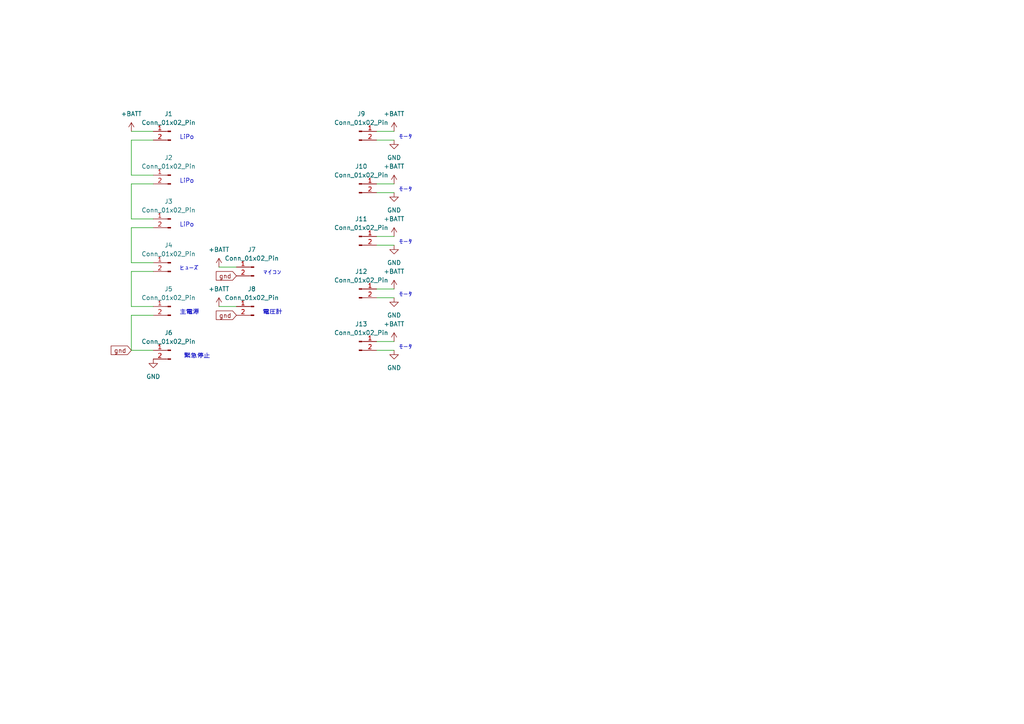
<source format=kicad_sch>
(kicad_sch (version 20230121) (generator eeschema)

  (uuid ff7c77a3-41cb-4d25-99d3-b7f796dc0003)

  (paper "A4")

  (lib_symbols
    (symbol "Connector:Conn_01x02_Pin" (pin_names (offset 1.016) hide) (in_bom yes) (on_board yes)
      (property "Reference" "J" (at 0 2.54 0)
        (effects (font (size 1.27 1.27)))
      )
      (property "Value" "Conn_01x02_Pin" (at 0 -5.08 0)
        (effects (font (size 1.27 1.27)))
      )
      (property "Footprint" "" (at 0 0 0)
        (effects (font (size 1.27 1.27)) hide)
      )
      (property "Datasheet" "~" (at 0 0 0)
        (effects (font (size 1.27 1.27)) hide)
      )
      (property "ki_locked" "" (at 0 0 0)
        (effects (font (size 1.27 1.27)))
      )
      (property "ki_keywords" "connector" (at 0 0 0)
        (effects (font (size 1.27 1.27)) hide)
      )
      (property "ki_description" "Generic connector, single row, 01x02, script generated" (at 0 0 0)
        (effects (font (size 1.27 1.27)) hide)
      )
      (property "ki_fp_filters" "Connector*:*_1x??_*" (at 0 0 0)
        (effects (font (size 1.27 1.27)) hide)
      )
      (symbol "Conn_01x02_Pin_1_1"
        (polyline
          (pts
            (xy 1.27 -2.54)
            (xy 0.8636 -2.54)
          )
          (stroke (width 0.1524) (type default))
          (fill (type none))
        )
        (polyline
          (pts
            (xy 1.27 0)
            (xy 0.8636 0)
          )
          (stroke (width 0.1524) (type default))
          (fill (type none))
        )
        (rectangle (start 0.8636 -2.413) (end 0 -2.667)
          (stroke (width 0.1524) (type default))
          (fill (type outline))
        )
        (rectangle (start 0.8636 0.127) (end 0 -0.127)
          (stroke (width 0.1524) (type default))
          (fill (type outline))
        )
        (pin passive line (at 5.08 0 180) (length 3.81)
          (name "Pin_1" (effects (font (size 1.27 1.27))))
          (number "1" (effects (font (size 1.27 1.27))))
        )
        (pin passive line (at 5.08 -2.54 180) (length 3.81)
          (name "Pin_2" (effects (font (size 1.27 1.27))))
          (number "2" (effects (font (size 1.27 1.27))))
        )
      )
    )
    (symbol "power:+BATT" (power) (pin_names (offset 0)) (in_bom yes) (on_board yes)
      (property "Reference" "#PWR" (at 0 -3.81 0)
        (effects (font (size 1.27 1.27)) hide)
      )
      (property "Value" "+BATT" (at 0 3.556 0)
        (effects (font (size 1.27 1.27)))
      )
      (property "Footprint" "" (at 0 0 0)
        (effects (font (size 1.27 1.27)) hide)
      )
      (property "Datasheet" "" (at 0 0 0)
        (effects (font (size 1.27 1.27)) hide)
      )
      (property "ki_keywords" "global power battery" (at 0 0 0)
        (effects (font (size 1.27 1.27)) hide)
      )
      (property "ki_description" "Power symbol creates a global label with name \"+BATT\"" (at 0 0 0)
        (effects (font (size 1.27 1.27)) hide)
      )
      (symbol "+BATT_0_1"
        (polyline
          (pts
            (xy -0.762 1.27)
            (xy 0 2.54)
          )
          (stroke (width 0) (type default))
          (fill (type none))
        )
        (polyline
          (pts
            (xy 0 0)
            (xy 0 2.54)
          )
          (stroke (width 0) (type default))
          (fill (type none))
        )
        (polyline
          (pts
            (xy 0 2.54)
            (xy 0.762 1.27)
          )
          (stroke (width 0) (type default))
          (fill (type none))
        )
      )
      (symbol "+BATT_1_1"
        (pin power_in line (at 0 0 90) (length 0) hide
          (name "+BATT" (effects (font (size 1.27 1.27))))
          (number "1" (effects (font (size 1.27 1.27))))
        )
      )
    )
    (symbol "power:GND" (power) (pin_names (offset 0)) (in_bom yes) (on_board yes)
      (property "Reference" "#PWR" (at 0 -6.35 0)
        (effects (font (size 1.27 1.27)) hide)
      )
      (property "Value" "GND" (at 0 -3.81 0)
        (effects (font (size 1.27 1.27)))
      )
      (property "Footprint" "" (at 0 0 0)
        (effects (font (size 1.27 1.27)) hide)
      )
      (property "Datasheet" "" (at 0 0 0)
        (effects (font (size 1.27 1.27)) hide)
      )
      (property "ki_keywords" "global power" (at 0 0 0)
        (effects (font (size 1.27 1.27)) hide)
      )
      (property "ki_description" "Power symbol creates a global label with name \"GND\" , ground" (at 0 0 0)
        (effects (font (size 1.27 1.27)) hide)
      )
      (symbol "GND_0_1"
        (polyline
          (pts
            (xy 0 0)
            (xy 0 -1.27)
            (xy 1.27 -1.27)
            (xy 0 -2.54)
            (xy -1.27 -1.27)
            (xy 0 -1.27)
          )
          (stroke (width 0) (type default))
          (fill (type none))
        )
      )
      (symbol "GND_1_1"
        (pin power_in line (at 0 0 270) (length 0) hide
          (name "GND" (effects (font (size 1.27 1.27))))
          (number "1" (effects (font (size 1.27 1.27))))
        )
      )
    )
  )


  (wire (pts (xy 38.1 76.2) (xy 38.1 66.04))
    (stroke (width 0) (type default))
    (uuid 0299a1a9-c040-4d73-be45-edb257d9959a)
  )
  (wire (pts (xy 38.1 38.1) (xy 44.45 38.1))
    (stroke (width 0) (type default))
    (uuid 0ab34e73-7973-4c48-ae26-cde599f69db8)
  )
  (wire (pts (xy 38.1 53.34) (xy 38.1 63.5))
    (stroke (width 0) (type default))
    (uuid 0be83840-6447-4e04-845c-f029dee676a8)
  )
  (wire (pts (xy 114.3 71.12) (xy 109.22 71.12))
    (stroke (width 0) (type default))
    (uuid 0e58d62c-0d31-4b54-beb8-92cd94b30d26)
  )
  (wire (pts (xy 114.3 40.64) (xy 109.22 40.64))
    (stroke (width 0) (type default))
    (uuid 1eb99ee4-daa2-4237-b516-432830a327b6)
  )
  (wire (pts (xy 38.1 40.64) (xy 38.1 50.8))
    (stroke (width 0) (type default))
    (uuid 21da711d-8544-4ffa-baec-8c8b7a2863e7)
  )
  (wire (pts (xy 38.1 91.44) (xy 44.45 91.44))
    (stroke (width 0) (type default))
    (uuid 239ff6a6-ee0c-46d3-98af-2ff622dec31b)
  )
  (wire (pts (xy 114.3 101.6) (xy 109.22 101.6))
    (stroke (width 0) (type default))
    (uuid 458a99b7-1837-4887-ade0-0e2ca2c3599f)
  )
  (wire (pts (xy 109.22 38.1) (xy 114.3 38.1))
    (stroke (width 0) (type default))
    (uuid 4f0e5680-0b5d-4c3e-b46a-bc003ab73681)
  )
  (wire (pts (xy 44.45 40.64) (xy 38.1 40.64))
    (stroke (width 0) (type default))
    (uuid 5bb6969b-7a89-41ea-b621-80f589f34f40)
  )
  (wire (pts (xy 38.1 88.9) (xy 44.45 88.9))
    (stroke (width 0) (type default))
    (uuid 5f5af33b-738e-4f85-bbcf-d4f7a8ae2d69)
  )
  (wire (pts (xy 109.22 53.34) (xy 114.3 53.34))
    (stroke (width 0) (type default))
    (uuid 669cd155-1d7d-418a-b987-a64fd5e286b7)
  )
  (wire (pts (xy 114.3 55.88) (xy 109.22 55.88))
    (stroke (width 0) (type default))
    (uuid 707ad298-659d-405d-bbfe-9b4e0eb4c1dd)
  )
  (wire (pts (xy 38.1 50.8) (xy 44.45 50.8))
    (stroke (width 0) (type default))
    (uuid 71d1f14b-2ee5-4cd3-8ae1-e0cd8dc1d81b)
  )
  (wire (pts (xy 114.3 86.36) (xy 109.22 86.36))
    (stroke (width 0) (type default))
    (uuid 80244057-6bef-4f1a-bbd8-520f19e81796)
  )
  (wire (pts (xy 38.1 78.74) (xy 38.1 88.9))
    (stroke (width 0) (type default))
    (uuid 9a130629-4033-48eb-b651-f5a90f81dd93)
  )
  (wire (pts (xy 38.1 101.6) (xy 44.45 101.6))
    (stroke (width 0) (type default))
    (uuid 9d6a5de4-7b5a-4c72-a463-dde2525d15ce)
  )
  (wire (pts (xy 44.45 78.74) (xy 38.1 78.74))
    (stroke (width 0) (type default))
    (uuid a1e05b00-69b3-4d99-aa92-b17a7205fdae)
  )
  (wire (pts (xy 38.1 66.04) (xy 44.45 66.04))
    (stroke (width 0) (type default))
    (uuid b752a8b1-2c90-4040-93fb-3370e43d9ccb)
  )
  (wire (pts (xy 44.45 53.34) (xy 38.1 53.34))
    (stroke (width 0) (type default))
    (uuid b89b8af0-3a8d-491a-9051-4eb45d38e523)
  )
  (wire (pts (xy 68.58 77.47) (xy 63.5 77.47))
    (stroke (width 0) (type default))
    (uuid c4364e35-a1fe-4ea1-9b1e-969da3d3eaf2)
  )
  (wire (pts (xy 38.1 63.5) (xy 44.45 63.5))
    (stroke (width 0) (type default))
    (uuid c551560f-b38d-446e-b933-d0a6e9b1c028)
  )
  (wire (pts (xy 63.5 88.9) (xy 68.58 88.9))
    (stroke (width 0) (type default))
    (uuid c60e42c0-faf1-49cd-8f10-5778d18eb764)
  )
  (wire (pts (xy 109.22 83.82) (xy 114.3 83.82))
    (stroke (width 0) (type default))
    (uuid d10320f8-d3c8-4fd1-8d91-1541529799de)
  )
  (wire (pts (xy 109.22 99.06) (xy 114.3 99.06))
    (stroke (width 0) (type default))
    (uuid e017bc95-c541-4213-bfe0-2bba7d0fcf64)
  )
  (wire (pts (xy 38.1 91.44) (xy 38.1 101.6))
    (stroke (width 0) (type default))
    (uuid e898d4ff-f162-4015-9a71-79a532eba544)
  )
  (wire (pts (xy 109.22 68.58) (xy 114.3 68.58))
    (stroke (width 0) (type default))
    (uuid f5996d29-cc6f-404f-88e0-c2343569bd65)
  )
  (wire (pts (xy 44.45 76.2) (xy 38.1 76.2))
    (stroke (width 0) (type default))
    (uuid f807a6ac-3265-408b-9980-b01ccce5c009)
  )

  (text "電圧計" (at 76.2 91.44 0)
    (effects (font (size 1.27 1.27)) (justify left bottom))
    (uuid 18ce16f3-8e2b-4490-a52d-81efd3d31b4b)
  )
  (text "LiPo" (at 52.07 40.64 0)
    (effects (font (size 1.27 1.27)) (justify left bottom))
    (uuid 1f92ad93-b6fd-4274-a114-ca09fa419225)
  )
  (text "ヒューズ" (at 52.07 78.74 0)
    (effects (font (size 1.27 1.27)) (justify left bottom))
    (uuid 2f043b8c-844a-4148-b21f-7734d79df680)
  )
  (text "モータ" (at 115.57 55.88 0)
    (effects (font (size 1.27 1.27)) (justify left bottom))
    (uuid 33a21bbc-bb3e-46cc-a993-b50d0820a6b4)
  )
  (text "モータ" (at 115.57 40.64 0)
    (effects (font (size 1.27 1.27)) (justify left bottom))
    (uuid 6e9b0036-f50b-490e-bd6b-b981fb70db6b)
  )
  (text "LiPo" (at 52.07 66.04 0)
    (effects (font (size 1.27 1.27)) (justify left bottom))
    (uuid 700088ba-f803-4d34-b081-6f668379ec4b)
  )
  (text "LiPo" (at 52.07 53.34 0)
    (effects (font (size 1.27 1.27)) (justify left bottom))
    (uuid 88439f9b-361b-4583-af1f-dab1503f61f0)
  )
  (text "モータ" (at 115.57 71.12 0)
    (effects (font (size 1.27 1.27)) (justify left bottom))
    (uuid 94fd5a4e-65cc-4ec2-9e73-8ea295609429)
  )
  (text "マイコン" (at 76.2 80.01 0)
    (effects (font (size 1.27 1.27)) (justify left bottom))
    (uuid a9268818-b693-4a85-a396-427a2b661671)
  )
  (text "緊急停止" (at 53.34 104.14 0)
    (effects (font (size 1.27 1.27)) (justify left bottom))
    (uuid af23e759-2da3-4317-88cc-4a57b11de80f)
  )
  (text "主電源" (at 52.07 91.44 0)
    (effects (font (size 1.27 1.27)) (justify left bottom))
    (uuid ec7bc5cb-f7a0-46a4-9cec-45116047714b)
  )
  (text "モータ" (at 115.57 101.6 0)
    (effects (font (size 1.27 1.27)) (justify left bottom))
    (uuid f4a86c1e-d3c5-408d-b4d4-cfa5b8fbccf0)
  )
  (text "モータ" (at 115.57 86.36 0)
    (effects (font (size 1.27 1.27)) (justify left bottom))
    (uuid fb0b55d9-f017-4e57-9e31-366fe3b0ed6c)
  )

  (global_label "gnd" (shape input) (at 38.1 101.6 180) (fields_autoplaced)
    (effects (font (size 1.27 1.27)) (justify right))
    (uuid 709b8c4c-30d0-4527-86d1-a0f747875930)
    (property "Intersheetrefs" "${INTERSHEET_REFS}" (at 31.6678 101.6 0)
      (effects (font (size 1.27 1.27)) (justify right) hide)
    )
  )
  (global_label "gnd" (shape input) (at 68.58 91.44 180) (fields_autoplaced)
    (effects (font (size 1.27 1.27)) (justify right))
    (uuid 99d530ec-351f-4475-824c-64b91330af56)
    (property "Intersheetrefs" "${INTERSHEET_REFS}" (at 62.1478 91.44 0)
      (effects (font (size 1.27 1.27)) (justify right) hide)
    )
  )
  (global_label "gnd" (shape input) (at 68.58 80.01 180) (fields_autoplaced)
    (effects (font (size 1.27 1.27)) (justify right))
    (uuid ad123109-272d-43ce-bb79-8919031c55d4)
    (property "Intersheetrefs" "${INTERSHEET_REFS}" (at 62.1478 80.01 0)
      (effects (font (size 1.27 1.27)) (justify right) hide)
    )
  )

  (symbol (lib_id "power:GND") (at 44.45 104.14 0) (unit 1)
    (in_bom yes) (on_board yes) (dnp no) (fields_autoplaced)
    (uuid 11bc3f5d-c6f3-4678-b1dd-8521bdd78cf7)
    (property "Reference" "#PWR02" (at 44.45 110.49 0)
      (effects (font (size 1.27 1.27)) hide)
    )
    (property "Value" "GND" (at 44.45 109.22 0)
      (effects (font (size 1.27 1.27)))
    )
    (property "Footprint" "" (at 44.45 104.14 0)
      (effects (font (size 1.27 1.27)) hide)
    )
    (property "Datasheet" "" (at 44.45 104.14 0)
      (effects (font (size 1.27 1.27)) hide)
    )
    (pin "1" (uuid b777e0f2-c7eb-4739-b0d6-665db0b2b6b6))
    (instances
      (project "robo2_dengen"
        (path "/ff7c77a3-41cb-4d25-99d3-b7f796dc0003"
          (reference "#PWR02") (unit 1)
        )
      )
    )
  )

  (symbol (lib_id "Connector:Conn_01x02_Pin") (at 73.66 88.9 0) (mirror y) (unit 1)
    (in_bom yes) (on_board yes) (dnp no)
    (uuid 13b63290-5bac-4eb6-92ff-57e9de45035a)
    (property "Reference" "J8" (at 73.025 83.82 0)
      (effects (font (size 1.27 1.27)))
    )
    (property "Value" "Conn_01x02_Pin" (at 73.025 86.36 0)
      (effects (font (size 1.27 1.27)))
    )
    (property "Footprint" "my_self_library:xt30_2hole" (at 73.66 88.9 0)
      (effects (font (size 1.27 1.27)) hide)
    )
    (property "Datasheet" "~" (at 73.66 88.9 0)
      (effects (font (size 1.27 1.27)) hide)
    )
    (pin "1" (uuid 60d36e0b-71bc-4e2e-bcbe-3092b93a814a))
    (pin "2" (uuid ba1214b3-f446-49ba-8b1e-6412f0f74978))
    (instances
      (project "robo2_dengen"
        (path "/ff7c77a3-41cb-4d25-99d3-b7f796dc0003"
          (reference "J8") (unit 1)
        )
      )
    )
  )

  (symbol (lib_id "power:GND") (at 114.3 71.12 0) (unit 1)
    (in_bom yes) (on_board yes) (dnp no) (fields_autoplaced)
    (uuid 14b7d078-e2bd-4b18-b637-64b197cbeddd)
    (property "Reference" "#PWR08" (at 114.3 77.47 0)
      (effects (font (size 1.27 1.27)) hide)
    )
    (property "Value" "GND" (at 114.3 76.2 0)
      (effects (font (size 1.27 1.27)))
    )
    (property "Footprint" "" (at 114.3 71.12 0)
      (effects (font (size 1.27 1.27)) hide)
    )
    (property "Datasheet" "" (at 114.3 71.12 0)
      (effects (font (size 1.27 1.27)) hide)
    )
    (pin "1" (uuid 7deabc10-4ec4-4670-ba6c-444d22af3c8c))
    (instances
      (project "robo2_dengen"
        (path "/ff7c77a3-41cb-4d25-99d3-b7f796dc0003"
          (reference "#PWR08") (unit 1)
        )
      )
    )
  )

  (symbol (lib_id "power:+BATT") (at 114.3 38.1 0) (unit 1)
    (in_bom yes) (on_board yes) (dnp no) (fields_autoplaced)
    (uuid 1ed29d48-324f-4ff8-8db1-a9929e73628c)
    (property "Reference" "#PWR019" (at 114.3 41.91 0)
      (effects (font (size 1.27 1.27)) hide)
    )
    (property "Value" "+BATT" (at 114.3 33.02 0)
      (effects (font (size 1.27 1.27)))
    )
    (property "Footprint" "" (at 114.3 38.1 0)
      (effects (font (size 1.27 1.27)) hide)
    )
    (property "Datasheet" "" (at 114.3 38.1 0)
      (effects (font (size 1.27 1.27)) hide)
    )
    (pin "1" (uuid e083232a-6e22-442b-b48f-2f48221f8c9c))
    (instances
      (project "robo2_dengen"
        (path "/ff7c77a3-41cb-4d25-99d3-b7f796dc0003"
          (reference "#PWR019") (unit 1)
        )
      )
    )
  )

  (symbol (lib_id "power:GND") (at 114.3 86.36 0) (unit 1)
    (in_bom yes) (on_board yes) (dnp no) (fields_autoplaced)
    (uuid 2a13f937-5180-4156-bc89-a9f392837e93)
    (property "Reference" "#PWR010" (at 114.3 92.71 0)
      (effects (font (size 1.27 1.27)) hide)
    )
    (property "Value" "GND" (at 114.3 91.44 0)
      (effects (font (size 1.27 1.27)))
    )
    (property "Footprint" "" (at 114.3 86.36 0)
      (effects (font (size 1.27 1.27)) hide)
    )
    (property "Datasheet" "" (at 114.3 86.36 0)
      (effects (font (size 1.27 1.27)) hide)
    )
    (pin "1" (uuid 7d3e3e98-108f-4431-81ee-1b926194bb09))
    (instances
      (project "robo2_dengen"
        (path "/ff7c77a3-41cb-4d25-99d3-b7f796dc0003"
          (reference "#PWR010") (unit 1)
        )
      )
    )
  )

  (symbol (lib_id "power:+BATT") (at 114.3 68.58 0) (unit 1)
    (in_bom yes) (on_board yes) (dnp no) (fields_autoplaced)
    (uuid 2aa25c0a-d44b-40b4-b5a4-9a6e0d22a385)
    (property "Reference" "#PWR07" (at 114.3 72.39 0)
      (effects (font (size 1.27 1.27)) hide)
    )
    (property "Value" "+BATT" (at 114.3 63.5 0)
      (effects (font (size 1.27 1.27)))
    )
    (property "Footprint" "" (at 114.3 68.58 0)
      (effects (font (size 1.27 1.27)) hide)
    )
    (property "Datasheet" "" (at 114.3 68.58 0)
      (effects (font (size 1.27 1.27)) hide)
    )
    (pin "1" (uuid 59aec606-1308-4511-9eb9-5325419bd12d))
    (instances
      (project "robo2_dengen"
        (path "/ff7c77a3-41cb-4d25-99d3-b7f796dc0003"
          (reference "#PWR07") (unit 1)
        )
      )
    )
  )

  (symbol (lib_id "power:+BATT") (at 114.3 83.82 0) (unit 1)
    (in_bom yes) (on_board yes) (dnp no) (fields_autoplaced)
    (uuid 342976cb-54a8-41e9-b53c-bd438488b947)
    (property "Reference" "#PWR09" (at 114.3 87.63 0)
      (effects (font (size 1.27 1.27)) hide)
    )
    (property "Value" "+BATT" (at 114.3 78.74 0)
      (effects (font (size 1.27 1.27)))
    )
    (property "Footprint" "" (at 114.3 83.82 0)
      (effects (font (size 1.27 1.27)) hide)
    )
    (property "Datasheet" "" (at 114.3 83.82 0)
      (effects (font (size 1.27 1.27)) hide)
    )
    (pin "1" (uuid 0b471d4e-6278-4a55-91ea-ea51dc12f790))
    (instances
      (project "robo2_dengen"
        (path "/ff7c77a3-41cb-4d25-99d3-b7f796dc0003"
          (reference "#PWR09") (unit 1)
        )
      )
    )
  )

  (symbol (lib_id "Connector:Conn_01x02_Pin") (at 49.53 50.8 0) (mirror y) (unit 1)
    (in_bom yes) (on_board yes) (dnp no)
    (uuid 38e89a80-59ee-43f7-9631-9f2b9023d5ed)
    (property "Reference" "J2" (at 48.895 45.72 0)
      (effects (font (size 1.27 1.27)))
    )
    (property "Value" "Conn_01x02_Pin" (at 48.895 48.26 0)
      (effects (font (size 1.27 1.27)))
    )
    (property "Footprint" "my_self_library:xt30_2hole" (at 49.53 50.8 0)
      (effects (font (size 1.27 1.27)) hide)
    )
    (property "Datasheet" "~" (at 49.53 50.8 0)
      (effects (font (size 1.27 1.27)) hide)
    )
    (pin "1" (uuid 57141dd3-4cc3-4c94-bbeb-50f2fba5cd9d))
    (pin "2" (uuid eba58361-e40d-4c66-9c25-dcdcc6d848f5))
    (instances
      (project "robo2_dengen"
        (path "/ff7c77a3-41cb-4d25-99d3-b7f796dc0003"
          (reference "J2") (unit 1)
        )
      )
    )
  )

  (symbol (lib_id "Connector:Conn_01x02_Pin") (at 73.66 77.47 0) (mirror y) (unit 1)
    (in_bom yes) (on_board yes) (dnp no)
    (uuid 43d44cd9-eb20-479c-b48a-4e2d9c202699)
    (property "Reference" "J7" (at 73.025 72.39 0)
      (effects (font (size 1.27 1.27)))
    )
    (property "Value" "Conn_01x02_Pin" (at 73.025 74.93 0)
      (effects (font (size 1.27 1.27)))
    )
    (property "Footprint" "my_self_library:xt30_2hole" (at 73.66 77.47 0)
      (effects (font (size 1.27 1.27)) hide)
    )
    (property "Datasheet" "~" (at 73.66 77.47 0)
      (effects (font (size 1.27 1.27)) hide)
    )
    (pin "1" (uuid c78a0870-0190-4b95-8f82-00e05eea9ba2))
    (pin "2" (uuid b8385cc1-8e67-4c30-a9a1-ff36b60deb88))
    (instances
      (project "robo2_dengen"
        (path "/ff7c77a3-41cb-4d25-99d3-b7f796dc0003"
          (reference "J7") (unit 1)
        )
      )
    )
  )

  (symbol (lib_id "Connector:Conn_01x02_Pin") (at 49.53 38.1 0) (mirror y) (unit 1)
    (in_bom yes) (on_board yes) (dnp no)
    (uuid 49c8399b-bc7d-409a-abc3-a17eddfa1d1c)
    (property "Reference" "J1" (at 48.895 33.02 0)
      (effects (font (size 1.27 1.27)))
    )
    (property "Value" "Conn_01x02_Pin" (at 48.895 35.56 0)
      (effects (font (size 1.27 1.27)))
    )
    (property "Footprint" "my_self_library:xt30_2hole" (at 49.53 38.1 0)
      (effects (font (size 1.27 1.27)) hide)
    )
    (property "Datasheet" "~" (at 49.53 38.1 0)
      (effects (font (size 1.27 1.27)) hide)
    )
    (pin "1" (uuid 0f084a21-775c-4751-8580-b416ad35bec6))
    (pin "2" (uuid 3dd961de-1ac0-4743-b51e-6437127fca2d))
    (instances
      (project "robo2_dengen"
        (path "/ff7c77a3-41cb-4d25-99d3-b7f796dc0003"
          (reference "J1") (unit 1)
        )
      )
    )
  )

  (symbol (lib_id "power:+BATT") (at 63.5 77.47 0) (mirror y) (unit 1)
    (in_bom yes) (on_board yes) (dnp no) (fields_autoplaced)
    (uuid 4ee23a4f-0a83-4b2a-ac64-fc10f12eb922)
    (property "Reference" "#PWR04" (at 63.5 81.28 0)
      (effects (font (size 1.27 1.27)) hide)
    )
    (property "Value" "+BATT" (at 63.5 72.39 0)
      (effects (font (size 1.27 1.27)))
    )
    (property "Footprint" "" (at 63.5 77.47 0)
      (effects (font (size 1.27 1.27)) hide)
    )
    (property "Datasheet" "" (at 63.5 77.47 0)
      (effects (font (size 1.27 1.27)) hide)
    )
    (pin "1" (uuid f909125e-34e7-422d-9f9a-9692e83a263b))
    (instances
      (project "robo2_dengen"
        (path "/ff7c77a3-41cb-4d25-99d3-b7f796dc0003"
          (reference "#PWR04") (unit 1)
        )
      )
    )
  )

  (symbol (lib_id "Connector:Conn_01x02_Pin") (at 49.53 76.2 0) (mirror y) (unit 1)
    (in_bom yes) (on_board yes) (dnp no)
    (uuid 50858834-67f5-42d2-81fb-887d11c8bc23)
    (property "Reference" "J4" (at 48.895 71.12 0)
      (effects (font (size 1.27 1.27)))
    )
    (property "Value" "Conn_01x02_Pin" (at 48.895 73.66 0)
      (effects (font (size 1.27 1.27)))
    )
    (property "Footprint" "my_self_library:xt30_2hole" (at 49.53 76.2 0)
      (effects (font (size 1.27 1.27)) hide)
    )
    (property "Datasheet" "~" (at 49.53 76.2 0)
      (effects (font (size 1.27 1.27)) hide)
    )
    (pin "1" (uuid 84f4169c-82ce-4a8b-8814-e5a26a55c774))
    (pin "2" (uuid 91c5622a-8468-4761-a3b2-fe0ea1638609))
    (instances
      (project "robo2_dengen"
        (path "/ff7c77a3-41cb-4d25-99d3-b7f796dc0003"
          (reference "J4") (unit 1)
        )
      )
    )
  )

  (symbol (lib_id "Connector:Conn_01x02_Pin") (at 49.53 63.5 0) (mirror y) (unit 1)
    (in_bom yes) (on_board yes) (dnp no)
    (uuid 56a242f3-34ee-42dc-890d-f0305ad008d7)
    (property "Reference" "J3" (at 48.895 58.42 0)
      (effects (font (size 1.27 1.27)))
    )
    (property "Value" "Conn_01x02_Pin" (at 48.895 60.96 0)
      (effects (font (size 1.27 1.27)))
    )
    (property "Footprint" "my_self_library:xt30_2hole" (at 49.53 63.5 0)
      (effects (font (size 1.27 1.27)) hide)
    )
    (property "Datasheet" "~" (at 49.53 63.5 0)
      (effects (font (size 1.27 1.27)) hide)
    )
    (pin "1" (uuid 7f1865f3-8f23-4b8c-97d1-8e044ba0cd5a))
    (pin "2" (uuid e507a16e-d322-44bc-a569-dc830373fd57))
    (instances
      (project "robo2_dengen"
        (path "/ff7c77a3-41cb-4d25-99d3-b7f796dc0003"
          (reference "J3") (unit 1)
        )
      )
    )
  )

  (symbol (lib_id "Connector:Conn_01x02_Pin") (at 104.14 99.06 0) (unit 1)
    (in_bom yes) (on_board yes) (dnp no)
    (uuid 59a74e5d-a472-42e7-9be0-55ec719f9b11)
    (property "Reference" "J13" (at 104.775 93.98 0)
      (effects (font (size 1.27 1.27)))
    )
    (property "Value" "Conn_01x02_Pin" (at 104.775 96.52 0)
      (effects (font (size 1.27 1.27)))
    )
    (property "Footprint" "my_self_library:xt30_2hole" (at 104.14 99.06 0)
      (effects (font (size 1.27 1.27)) hide)
    )
    (property "Datasheet" "~" (at 104.14 99.06 0)
      (effects (font (size 1.27 1.27)) hide)
    )
    (pin "1" (uuid 4985e446-b2f4-4170-97d9-6565d1a8301b))
    (pin "2" (uuid af3bb7ad-2d92-4347-9563-74ee5bb6aa4f))
    (instances
      (project "robo2_dengen"
        (path "/ff7c77a3-41cb-4d25-99d3-b7f796dc0003"
          (reference "J13") (unit 1)
        )
      )
    )
  )

  (symbol (lib_id "Connector:Conn_01x02_Pin") (at 104.14 38.1 0) (unit 1)
    (in_bom yes) (on_board yes) (dnp no)
    (uuid 5dc6ad62-f818-4a28-b775-b7a575c027dd)
    (property "Reference" "J9" (at 104.775 33.02 0)
      (effects (font (size 1.27 1.27)))
    )
    (property "Value" "Conn_01x02_Pin" (at 104.775 35.56 0)
      (effects (font (size 1.27 1.27)))
    )
    (property "Footprint" "my_self_library:xt30_2hole" (at 104.14 38.1 0)
      (effects (font (size 1.27 1.27)) hide)
    )
    (property "Datasheet" "~" (at 104.14 38.1 0)
      (effects (font (size 1.27 1.27)) hide)
    )
    (pin "1" (uuid ba00a884-bc39-4be6-8d2d-d0ed23393ec0))
    (pin "2" (uuid ed3dcc08-596a-4ef3-a420-464ef8872917))
    (instances
      (project "robo2_dengen"
        (path "/ff7c77a3-41cb-4d25-99d3-b7f796dc0003"
          (reference "J9") (unit 1)
        )
      )
    )
  )

  (symbol (lib_id "power:GND") (at 114.3 40.64 0) (unit 1)
    (in_bom yes) (on_board yes) (dnp no) (fields_autoplaced)
    (uuid 65706ad5-e333-42e0-805b-0c70d2c61ace)
    (property "Reference" "#PWR020" (at 114.3 46.99 0)
      (effects (font (size 1.27 1.27)) hide)
    )
    (property "Value" "GND" (at 114.3 45.72 0)
      (effects (font (size 1.27 1.27)))
    )
    (property "Footprint" "" (at 114.3 40.64 0)
      (effects (font (size 1.27 1.27)) hide)
    )
    (property "Datasheet" "" (at 114.3 40.64 0)
      (effects (font (size 1.27 1.27)) hide)
    )
    (pin "1" (uuid ef893dfa-6118-4595-bcf4-4be7e4ffd9d3))
    (instances
      (project "robo2_dengen"
        (path "/ff7c77a3-41cb-4d25-99d3-b7f796dc0003"
          (reference "#PWR020") (unit 1)
        )
      )
    )
  )

  (symbol (lib_id "Connector:Conn_01x02_Pin") (at 49.53 101.6 0) (mirror y) (unit 1)
    (in_bom yes) (on_board yes) (dnp no)
    (uuid 6b35dbaa-6aeb-47f0-b505-cd7c0260269d)
    (property "Reference" "J6" (at 48.895 96.52 0)
      (effects (font (size 1.27 1.27)))
    )
    (property "Value" "Conn_01x02_Pin" (at 48.895 99.06 0)
      (effects (font (size 1.27 1.27)))
    )
    (property "Footprint" "my_self_library:xt30_2hole" (at 49.53 101.6 0)
      (effects (font (size 1.27 1.27)) hide)
    )
    (property "Datasheet" "~" (at 49.53 101.6 0)
      (effects (font (size 1.27 1.27)) hide)
    )
    (pin "1" (uuid 9b9b1932-fa63-42cd-8ab1-2a9c19ca874f))
    (pin "2" (uuid 43e18c84-0165-43d8-a504-97f7594b4c2b))
    (instances
      (project "robo2_dengen"
        (path "/ff7c77a3-41cb-4d25-99d3-b7f796dc0003"
          (reference "J6") (unit 1)
        )
      )
    )
  )

  (symbol (lib_id "Connector:Conn_01x02_Pin") (at 104.14 53.34 0) (unit 1)
    (in_bom yes) (on_board yes) (dnp no)
    (uuid 6e46af94-25a2-46de-a77e-84f3189a5f96)
    (property "Reference" "J10" (at 104.775 48.26 0)
      (effects (font (size 1.27 1.27)))
    )
    (property "Value" "Conn_01x02_Pin" (at 104.775 50.8 0)
      (effects (font (size 1.27 1.27)))
    )
    (property "Footprint" "my_self_library:xt30_2hole" (at 104.14 53.34 0)
      (effects (font (size 1.27 1.27)) hide)
    )
    (property "Datasheet" "~" (at 104.14 53.34 0)
      (effects (font (size 1.27 1.27)) hide)
    )
    (pin "1" (uuid 3940fc65-01af-4d77-9868-e0c1f7e75a01))
    (pin "2" (uuid fe2e5f7a-8421-486d-91ef-d8c750d1f714))
    (instances
      (project "robo2_dengen"
        (path "/ff7c77a3-41cb-4d25-99d3-b7f796dc0003"
          (reference "J10") (unit 1)
        )
      )
    )
  )

  (symbol (lib_id "power:+BATT") (at 114.3 53.34 0) (unit 1)
    (in_bom yes) (on_board yes) (dnp no) (fields_autoplaced)
    (uuid 783ed195-1803-4baf-93d8-ab0407c64219)
    (property "Reference" "#PWR05" (at 114.3 57.15 0)
      (effects (font (size 1.27 1.27)) hide)
    )
    (property "Value" "+BATT" (at 114.3 48.26 0)
      (effects (font (size 1.27 1.27)))
    )
    (property "Footprint" "" (at 114.3 53.34 0)
      (effects (font (size 1.27 1.27)) hide)
    )
    (property "Datasheet" "" (at 114.3 53.34 0)
      (effects (font (size 1.27 1.27)) hide)
    )
    (pin "1" (uuid d8bcd571-b565-47c3-88b3-e71d2cd74bf4))
    (instances
      (project "robo2_dengen"
        (path "/ff7c77a3-41cb-4d25-99d3-b7f796dc0003"
          (reference "#PWR05") (unit 1)
        )
      )
    )
  )

  (symbol (lib_id "Connector:Conn_01x02_Pin") (at 49.53 88.9 0) (mirror y) (unit 1)
    (in_bom yes) (on_board yes) (dnp no)
    (uuid 9d42c66e-10e9-440b-8c01-1b8a5194d8dd)
    (property "Reference" "J5" (at 48.895 83.82 0)
      (effects (font (size 1.27 1.27)))
    )
    (property "Value" "Conn_01x02_Pin" (at 48.895 86.36 0)
      (effects (font (size 1.27 1.27)))
    )
    (property "Footprint" "my_self_library:xt30_2hole" (at 49.53 88.9 0)
      (effects (font (size 1.27 1.27)) hide)
    )
    (property "Datasheet" "~" (at 49.53 88.9 0)
      (effects (font (size 1.27 1.27)) hide)
    )
    (pin "1" (uuid 39021fa6-4d3a-463c-9457-56a0ae59d506))
    (pin "2" (uuid b16078db-ba49-4e85-a070-63f4b7e4f5df))
    (instances
      (project "robo2_dengen"
        (path "/ff7c77a3-41cb-4d25-99d3-b7f796dc0003"
          (reference "J5") (unit 1)
        )
      )
    )
  )

  (symbol (lib_id "power:+BATT") (at 63.5 88.9 0) (unit 1)
    (in_bom yes) (on_board yes) (dnp no) (fields_autoplaced)
    (uuid 9ea0f955-4bc1-4f2b-b638-09b65bc518ae)
    (property "Reference" "#PWR03" (at 63.5 92.71 0)
      (effects (font (size 1.27 1.27)) hide)
    )
    (property "Value" "+BATT" (at 63.5 83.82 0)
      (effects (font (size 1.27 1.27)))
    )
    (property "Footprint" "" (at 63.5 88.9 0)
      (effects (font (size 1.27 1.27)) hide)
    )
    (property "Datasheet" "" (at 63.5 88.9 0)
      (effects (font (size 1.27 1.27)) hide)
    )
    (pin "1" (uuid c45797e6-4e5b-4f39-b39a-838cab483129))
    (instances
      (project "robo2_dengen"
        (path "/ff7c77a3-41cb-4d25-99d3-b7f796dc0003"
          (reference "#PWR03") (unit 1)
        )
      )
    )
  )

  (symbol (lib_id "power:GND") (at 114.3 101.6 0) (unit 1)
    (in_bom yes) (on_board yes) (dnp no) (fields_autoplaced)
    (uuid a15ac9a6-e170-46cd-b8e0-4be77bca02e9)
    (property "Reference" "#PWR012" (at 114.3 107.95 0)
      (effects (font (size 1.27 1.27)) hide)
    )
    (property "Value" "GND" (at 114.3 106.68 0)
      (effects (font (size 1.27 1.27)))
    )
    (property "Footprint" "" (at 114.3 101.6 0)
      (effects (font (size 1.27 1.27)) hide)
    )
    (property "Datasheet" "" (at 114.3 101.6 0)
      (effects (font (size 1.27 1.27)) hide)
    )
    (pin "1" (uuid 61294d5f-3058-41e6-bee3-3eca32938b98))
    (instances
      (project "robo2_dengen"
        (path "/ff7c77a3-41cb-4d25-99d3-b7f796dc0003"
          (reference "#PWR012") (unit 1)
        )
      )
    )
  )

  (symbol (lib_id "Connector:Conn_01x02_Pin") (at 104.14 68.58 0) (unit 1)
    (in_bom yes) (on_board yes) (dnp no)
    (uuid a1beceb0-daee-4a2a-b446-163d901230d5)
    (property "Reference" "J11" (at 104.775 63.5 0)
      (effects (font (size 1.27 1.27)))
    )
    (property "Value" "Conn_01x02_Pin" (at 104.775 66.04 0)
      (effects (font (size 1.27 1.27)))
    )
    (property "Footprint" "my_self_library:xt30_2hole" (at 104.14 68.58 0)
      (effects (font (size 1.27 1.27)) hide)
    )
    (property "Datasheet" "~" (at 104.14 68.58 0)
      (effects (font (size 1.27 1.27)) hide)
    )
    (pin "1" (uuid 89f88d6f-c9bb-4df2-8371-df74c95557ed))
    (pin "2" (uuid b20ab76e-514e-4c0b-8641-aa7df2b521ea))
    (instances
      (project "robo2_dengen"
        (path "/ff7c77a3-41cb-4d25-99d3-b7f796dc0003"
          (reference "J11") (unit 1)
        )
      )
    )
  )

  (symbol (lib_id "power:+BATT") (at 38.1 38.1 0) (unit 1)
    (in_bom yes) (on_board yes) (dnp no) (fields_autoplaced)
    (uuid b6209119-5d75-4a3c-aebd-b8f34280ecf2)
    (property "Reference" "#PWR01" (at 38.1 41.91 0)
      (effects (font (size 1.27 1.27)) hide)
    )
    (property "Value" "+BATT" (at 38.1 33.02 0)
      (effects (font (size 1.27 1.27)))
    )
    (property "Footprint" "" (at 38.1 38.1 0)
      (effects (font (size 1.27 1.27)) hide)
    )
    (property "Datasheet" "" (at 38.1 38.1 0)
      (effects (font (size 1.27 1.27)) hide)
    )
    (pin "1" (uuid ef53c24a-1161-401a-9fb2-728669006e12))
    (instances
      (project "robo2_dengen"
        (path "/ff7c77a3-41cb-4d25-99d3-b7f796dc0003"
          (reference "#PWR01") (unit 1)
        )
      )
    )
  )

  (symbol (lib_id "power:+BATT") (at 114.3 99.06 0) (unit 1)
    (in_bom yes) (on_board yes) (dnp no) (fields_autoplaced)
    (uuid b829ec17-21db-43a3-8f45-d2487368ff9a)
    (property "Reference" "#PWR011" (at 114.3 102.87 0)
      (effects (font (size 1.27 1.27)) hide)
    )
    (property "Value" "+BATT" (at 114.3 93.98 0)
      (effects (font (size 1.27 1.27)))
    )
    (property "Footprint" "" (at 114.3 99.06 0)
      (effects (font (size 1.27 1.27)) hide)
    )
    (property "Datasheet" "" (at 114.3 99.06 0)
      (effects (font (size 1.27 1.27)) hide)
    )
    (pin "1" (uuid 5cf1a0bb-f209-4dfa-a15b-35d5e1a9baa0))
    (instances
      (project "robo2_dengen"
        (path "/ff7c77a3-41cb-4d25-99d3-b7f796dc0003"
          (reference "#PWR011") (unit 1)
        )
      )
    )
  )

  (symbol (lib_id "Connector:Conn_01x02_Pin") (at 104.14 83.82 0) (unit 1)
    (in_bom yes) (on_board yes) (dnp no)
    (uuid f7a19f80-b331-4fe5-adba-13e3c6d1f00e)
    (property "Reference" "J12" (at 104.775 78.74 0)
      (effects (font (size 1.27 1.27)))
    )
    (property "Value" "Conn_01x02_Pin" (at 104.775 81.28 0)
      (effects (font (size 1.27 1.27)))
    )
    (property "Footprint" "my_self_library:xt30_2hole" (at 104.14 83.82 0)
      (effects (font (size 1.27 1.27)) hide)
    )
    (property "Datasheet" "~" (at 104.14 83.82 0)
      (effects (font (size 1.27 1.27)) hide)
    )
    (pin "1" (uuid f807d8de-4552-4eb8-95f1-b11286852e01))
    (pin "2" (uuid c4541edb-6ff1-449a-957d-a619e6752443))
    (instances
      (project "robo2_dengen"
        (path "/ff7c77a3-41cb-4d25-99d3-b7f796dc0003"
          (reference "J12") (unit 1)
        )
      )
    )
  )

  (symbol (lib_id "power:GND") (at 114.3 55.88 0) (unit 1)
    (in_bom yes) (on_board yes) (dnp no) (fields_autoplaced)
    (uuid fb1ddf71-ee70-4597-a1a3-be483c668303)
    (property "Reference" "#PWR06" (at 114.3 62.23 0)
      (effects (font (size 1.27 1.27)) hide)
    )
    (property "Value" "GND" (at 114.3 60.96 0)
      (effects (font (size 1.27 1.27)))
    )
    (property "Footprint" "" (at 114.3 55.88 0)
      (effects (font (size 1.27 1.27)) hide)
    )
    (property "Datasheet" "" (at 114.3 55.88 0)
      (effects (font (size 1.27 1.27)) hide)
    )
    (pin "1" (uuid f0d6b9df-d127-45c6-ac7d-a450fa184931))
    (instances
      (project "robo2_dengen"
        (path "/ff7c77a3-41cb-4d25-99d3-b7f796dc0003"
          (reference "#PWR06") (unit 1)
        )
      )
    )
  )

  (sheet_instances
    (path "/" (page "1"))
  )
)

</source>
